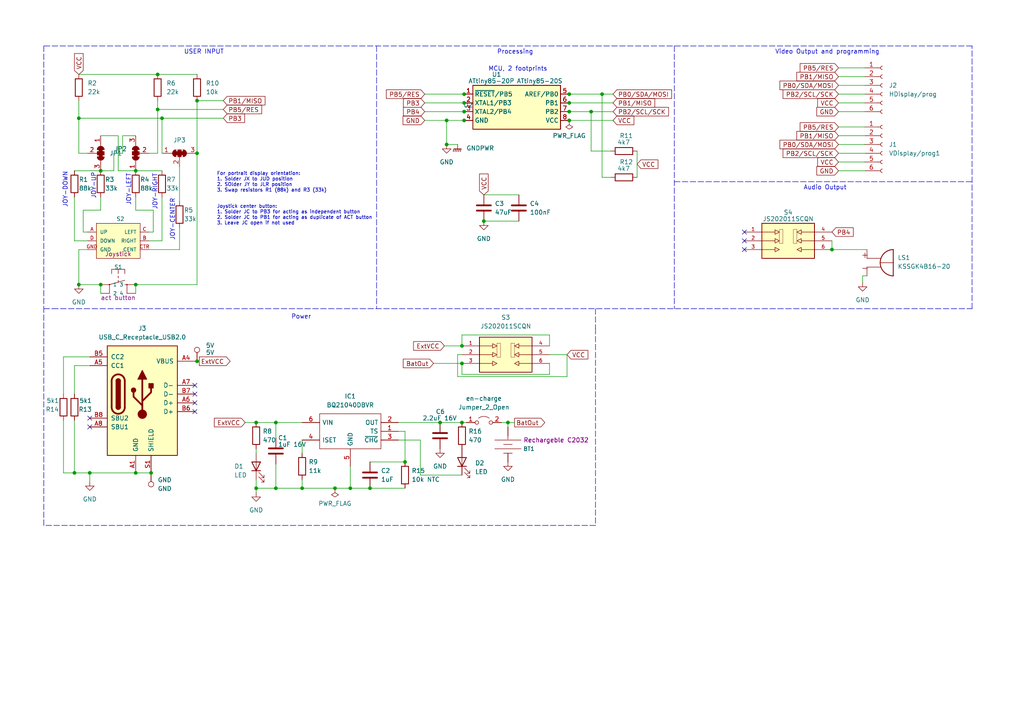
<source format=kicad_sch>
(kicad_sch (version 20211123) (generator eeschema)
  (paper "A4")
  (title_block (title "Tiny Handheld keychain ") (date "2022-09-16") (rev "2.0") (comment 2 "Heavely inspired by Yevgeniy Olexandrenko's design") (comment 3 "Designed by Casper R. Tak"))
  (lib_symbols
    (symbol "Connector:Conn_01x06_Female" (pin_names (offset 1.016) hide)
      (property "Reference" "J" (at 0 7.62 0))
      (property "Value" "Conn_01x06_Female" (at 0 -10.16 0))
      (symbol "Conn_01x06_Female_1_1"
        (arc (start 0 -7.112) (mid -0.508 -7.62) (end 0 -8.128) (stroke (width 0.1524)))
        (arc (start 0 -4.572) (mid -0.508 -5.08) (end 0 -5.588) (stroke (width 0.1524)))
        (arc (start 0 -2.032) (mid -0.508 -2.54) (end 0 -3.048) (stroke (width 0.1524)))
        (polyline (pts (xy -1.27 -7.62) (xy -0.508 -7.62)) (stroke (width 0.1524)))
        (polyline (pts (xy -1.27 -5.08) (xy -0.508 -5.08)) (stroke (width 0.1524)))
        (polyline (pts (xy -1.27 -2.54) (xy -0.508 -2.54)) (stroke (width 0.1524)))
        (polyline (pts (xy -1.27 0) (xy -0.508 0)) (stroke (width 0.1524)))
        (polyline (pts (xy -1.27 2.54) (xy -0.508 2.54)) (stroke (width 0.1524)))
        (polyline (pts (xy -1.27 5.08) (xy -0.508 5.08)) (stroke (width 0.1524)))
        (arc (start 0 0.508) (mid -0.508 0) (end 0 -0.508) (stroke (width 0.1524)))
        (arc (start 0 3.048) (mid -0.508 2.54) (end 0 2.032) (stroke (width 0.1524)))
        (arc (start 0 5.588) (mid -0.508 5.08) (end 0 4.572) (stroke (width 0.1524)))
        (pin passive line (at -5.08 5.08 0) (length 3.81) (name "Pin_1") (number "1"))
        (pin passive line (at -5.08 2.54 0) (length 3.81) (name "Pin_2") (number "2"))
        (pin passive line (at -5.08 0 0) (length 3.81) (name "Pin_3") (number "3"))
        (pin passive line (at -5.08 -2.54 0) (length 3.81) (name "Pin_4") (number "4"))
        (pin passive line (at -5.08 -5.08 0) (length 3.81) (name "Pin_5") (number "5"))
        (pin passive line (at -5.08 -7.62 0) (length 3.81) (name "Pin_6") (number "6"))
      )
    )
    (symbol "Connector:TestPoint" (pin_numbers hide) (pin_names (offset 0.762) hide)
      (property "Reference" "TP" (at 0 6.858 0))
      (property "Value" "TestPoint" (at 0 5.08 0))
      (symbol "TestPoint_0_1"
        (circle (center 0 3.302) (radius 0.762))
      )
      (symbol "TestPoint_1_1"
        (pin passive line (at 0 0 90) (length 2.54) (name "1") (number "1"))
      )
    )
    (symbol "Connector:USB_C_Receptacle_USB2.0" (pin_names (offset 1.016))
      (property "Reference" "J?" (at 0 23.495 0))
      (property "Value" "USB_C_Receptacle_USB2.0" (at 0 20.955 0))
      (symbol "USB_C_Receptacle_USB2.0_0_1"
        (rectangle (start -10.16 13.97) (end 10.16 -17.78) (stroke (width 0.254)) (fill (type background)))
        (arc (start -8.89 -3.81) (mid -6.985 -5.715) (end -5.08 -3.81) (stroke (width 0.508)))
        (arc (start -7.62 -3.81) (mid -6.985 -4.445) (end -6.35 -3.81) (stroke (width 0.254)))
        (arc (start -7.62 -3.81) (mid -6.985 -4.445) (end -6.35 -3.81) (stroke (width 0.254)) (fill (type outline)))
        (rectangle (start -7.62 -3.81) (end -6.35 3.81) (stroke (width 0.254)) (fill (type outline)))
        (arc (start -6.35 3.81) (mid -6.985 4.445) (end -7.62 3.81) (stroke (width 0.254)))
        (arc (start -6.35 3.81) (mid -6.985 4.445) (end -7.62 3.81) (stroke (width 0.254)) (fill (type outline)))
        (arc (start -5.08 3.81) (mid -6.985 5.715) (end -8.89 3.81) (stroke (width 0.508)))
        (circle (center -2.54 1.143) (radius 0.635) (stroke (width 0.254)) (fill (type outline)))
        (circle (center 0 -5.842) (radius 1.27) (fill (type outline)))
        (polyline (pts (xy -8.89 -3.81) (xy -8.89 3.81)) (stroke (width 0.508)))
        (polyline (pts (xy -5.08 3.81) (xy -5.08 -3.81)) (stroke (width 0.508)))
        (polyline (pts (xy 0 -5.842) (xy 0 4.318)) (stroke (width 0.508)))
        (polyline (pts (xy 0 -3.302) (xy -2.54 -0.762) (xy -2.54 0.508)) (stroke (width 0.508)))
        (polyline (pts (xy 0 -2.032) (xy 2.54 0.508) (xy 2.54 1.778)) (stroke (width 0.508)))
        (polyline (pts (xy -1.27 4.318) (xy 0 6.858) (xy 1.27 4.318) (xy -1.27 4.318)) (stroke (width 0.254)) (fill (type outline)))
        (rectangle (start 1.905 1.778) (end 3.175 3.048) (stroke (width 0.254)) (fill (type outline)))
      )
      (symbol "USB_C_Receptacle_USB2.0_1_1"
        (pin passive line (at -1.905 -22.86 90) (length 5.08) (name "GND") (number "A1"))
        (pin passive line (at -1.905 -22.86 90) (length 5.08) hide (name "GND") (number "A12"))
        (pin passive line (at 15.24 9.525 180) (length 5.08) (name "VBUS") (number "A4"))
        (pin bidirectional line (at -15.24 8.255 0) (length 5.08) (name "CC1") (number "A5"))
        (pin bidirectional line (at 15.24 -2.54 180) (length 5.08) (name "D+") (number "A6"))
        (pin bidirectional line (at 15.24 2.54 180) (length 5.08) (name "D-") (number "A7"))
        (pin bidirectional line (at -15.24 -9.525 0) (length 5.08) (name "SBU1") (number "A8"))
        (pin passive line (at 15.24 9.525 180) (length 5.08) hide (name "VBUS") (number "A9"))
        (pin passive line (at -1.905 -22.86 90) (length 5.08) hide (name "GND") (number "B1"))
        (pin passive line (at -1.905 -22.86 90) (length 5.08) hide (name "GND") (number "B12"))
        (pin passive line (at 15.24 9.525 180) (length 5.08) hide (name "VBUS") (number "B4"))
        (pin bidirectional line (at -15.24 10.795 0) (length 5.08) (name "CC2") (number "B5"))
        (pin bidirectional line (at 15.24 -5.08 180) (length 5.08) (name "D+") (number "B6"))
        (pin bidirectional line (at 15.24 0 180) (length 5.08) (name "D-") (number "B7"))
        (pin bidirectional line (at -15.24 -6.985 0) (length 5.08) (name "SBU2") (number "B8"))
        (pin passive line (at 15.24 9.525 180) (length 5.08) hide (name "VBUS") (number "B9"))
        (pin passive line (at 2.54 -22.86 90) (length 5.08) (name "SHIELD") (number "S1"))
      )
    )
    (symbol "Device:C" (pin_numbers hide) (pin_names (offset 0.254))
      (property "Reference" "C" (at 0.635 2.54 0))
      (property "Value" "C" (at 0.635 -2.54 0))
      (symbol "C_0_1"
        (polyline (pts (xy -2.032 -0.762) (xy 2.032 -0.762)) (stroke (width 0.508)))
        (polyline (pts (xy -2.032 0.762) (xy 2.032 0.762)) (stroke (width 0.508)))
      )
      (symbol "C_1_1"
        (pin passive line (at 0 3.81 270) (length 2.794) (name "~") (number "1"))
        (pin passive line (at 0 -3.81 90) (length 2.794) (name "~") (number "2"))
      )
    )
    (symbol "Device:LED" (pin_numbers hide) (pin_names (offset 1.016) hide)
      (property "Reference" "D" (at 0 2.54 0))
      (property "Value" "LED" (at 0 -2.54 0))
      (symbol "LED_0_1"
        (polyline (pts (xy -1.27 -1.27) (xy -1.27 1.27)) (stroke (width 0.254)))
        (polyline (pts (xy -1.27 0) (xy 1.27 0)))
        (polyline (pts (xy 1.27 -1.27) (xy 1.27 1.27) (xy -1.27 0) (xy 1.27 -1.27)) (stroke (width 0.254)))
        (polyline (pts (xy -3.048 -0.762) (xy -4.572 -2.286) (xy -3.81 -2.286) (xy -4.572 -2.286) (xy -4.572 -1.524)))
        (polyline (pts (xy -1.778 -0.762) (xy -3.302 -2.286) (xy -2.54 -2.286) (xy -3.302 -2.286) (xy -3.302 -1.524)))
      )
      (symbol "LED_1_1"
        (pin passive line (at -3.81 0 0) (length 2.54) (name "K") (number "1"))
        (pin passive line (at 3.81 0 180) (length 2.54) (name "A") (number "2"))
      )
    )
    (symbol "Device:R" (pin_numbers hide) (pin_names (offset 0))
      (property "Reference" "R" (at 2.032 0 90))
      (property "Value" "R" (at 0 0 90))
      (symbol "R_0_1"
        (rectangle (start -1.016 -2.54) (end 1.016 2.54) (stroke (width 0.254)))
      )
      (symbol "R_1_1"
        (pin passive line (at 0 3.81 270) (length 1.27) (name "~") (number "1"))
        (pin passive line (at 0 -3.81 90) (length 1.27) (name "~") (number "2"))
      )
    )
    (symbol "JS202011SCQN:JS202011SCQN" (pin_names (offset 1.016) hide)
      (property "Reference" "S" (at -7.62 6.35 0))
      (property "Value" "JS202011SCQN" (at -7.62 -6.35 0))
      (symbol "JS202011SCQN_0_0"
        (rectangle (start -7.62 -5.08) (end 7.62 5.08) (stroke (width 0.254)) (fill (type background)))
        (polyline (pts (xy -7.62 -2.54) (xy -3.81 -2.54)) (stroke (width 0.1524)))
        (polyline (pts (xy -7.62 0) (xy -3.81 0)) (stroke (width 0.1524)))
        (polyline (pts (xy -7.62 2.54) (xy -3.81 2.54)) (stroke (width 0.1524)))
        (polyline (pts (xy 7.62 -2.54) (xy 3.81 -2.54)) (stroke (width 0.1524)))
        (polyline (pts (xy 7.62 0) (xy 3.81 0)) (stroke (width 0.1524)))
        (polyline (pts (xy 7.62 2.54) (xy 3.81 2.54)) (stroke (width 0.1524)))
        (polyline (pts (xy -3.81 -1.905) (xy -3.81 -3.175) (xy -2.54 -2.54) (xy -3.81 -1.905)) (stroke (width 0.1524)) (fill (type background)))
        (polyline (pts (xy -3.81 0.635) (xy -3.81 -0.635) (xy -2.54 0) (xy -3.81 0.635)) (stroke (width 0.1524)) (fill (type background)))
        (polyline (pts (xy -3.81 3.175) (xy -3.81 1.905) (xy -2.54 2.54) (xy -3.81 3.175)) (stroke (width 0.1524)) (fill (type background)))
        (polyline (pts (xy 3.81 -3.175) (xy 3.81 -1.905) (xy 2.54 -2.54) (xy 3.81 -3.175)) (stroke (width 0.1524)) (fill (type background)))
        (polyline (pts (xy 3.81 -0.635) (xy 3.81 0.635) (xy 2.54 0) (xy 3.81 -0.635)) (stroke (width 0.1524)) (fill (type background)))
        (polyline (pts (xy 3.81 1.905) (xy 3.81 3.175) (xy 2.54 2.54) (xy 3.81 1.905)) (stroke (width 0.1524)) (fill (type background)))
        (polyline (pts (xy -2.54 3.302) (xy -2.54 -0.762) (xy -1.524 -0.762) (xy -1.524 3.302) (xy -2.54 3.302)) (stroke (width 0.0254)) (fill (type background)))
        (polyline (pts (xy 1.524 3.302) (xy 1.524 -0.762) (xy 2.54 -0.762) (xy 2.54 3.302) (xy 1.524 3.302)) (stroke (width 0.0254)) (fill (type background)))
        (pin passive line (at -12.7 2.54 0) (length 5.08) (name "~") (number "1"))
        (pin passive line (at -12.7 0 0) (length 5.08) (name "~") (number "2"))
        (pin passive line (at -12.7 -2.54 0) (length 5.08) (name "~") (number "3"))
        (pin passive line (at 12.7 2.54 180) (length 5.08) (name "~") (number "4"))
        (pin passive line (at 12.7 0 180) (length 5.08) (name "~") (number "5"))
        (pin passive line (at 12.7 -2.54 180) (length 5.08) (name "~") (number "6"))
      )
    )
    (symbol "Jumper:Jumper_2_Open" (pin_names (offset 0) hide)
      (property "Reference" "JP" (at 0 2.794 0))
      (property "Value" "Jumper_2_Open" (at 0 -2.286 0))
      (symbol "Jumper_2_Open_0_0"
        (circle (center -2.032 0) (radius 0.508))
        (circle (center 2.032 0) (radius 0.508))
      )
      (symbol "Jumper_2_Open_0_1"
        (arc (start 1.524 1.27) (mid 0 1.778) (end -1.524 1.27))
      )
      (symbol "Jumper_2_Open_1_1"
        (pin passive line (at -5.08 0 0) (length 2.54) (name "A") (number "1"))
        (pin passive line (at 5.08 0 180) (length 2.54) (name "B") (number "2"))
      )
    )
    (symbol "Jumper:SolderJumper_3_Bridged123" (pin_names (offset 0) hide)
      (property "Reference" "JP" (at -2.54 -2.54 0))
      (property "Value" "SolderJumper_3_Bridged123" (at 0 2.794 0))
      (symbol "SolderJumper_3_Bridged123_0_1"
        (rectangle (start -1.016 0.508) (end -0.508 -0.508) (fill (type outline)))
        (arc (start -1.016 1.016) (mid -2.032 0) (end -1.016 -1.016))
        (arc (start -1.016 1.016) (mid -2.032 0) (end -1.016 -1.016) (fill (type outline)))
        (rectangle (start -0.508 1.016) (end 0.508 -1.016) (fill (type outline)))
        (polyline (pts (xy -2.54 0) (xy -2.032 0)))
        (polyline (pts (xy -1.016 1.016) (xy -1.016 -1.016)))
        (polyline (pts (xy 0 -1.27) (xy 0 -1.016)))
        (polyline (pts (xy 1.016 1.016) (xy 1.016 -1.016)))
        (polyline (pts (xy 2.54 0) (xy 2.032 0)))
        (rectangle (start 0.508 0.508) (end 1.016 -0.508) (fill (type outline)))
        (arc (start 1.016 -1.016) (mid 2.032 0) (end 1.016 1.016))
        (arc (start 1.016 -1.016) (mid 2.032 0) (end 1.016 1.016) (fill (type outline)))
      )
      (symbol "SolderJumper_3_Bridged123_1_1"
        (pin passive line (at -5.08 0 0) (length 2.54) (name "A") (number "1"))
        (pin passive line (at 0 -3.81 90) (length 2.54) (name "C") (number "2"))
        (pin passive line (at 5.08 0 180) (length 2.54) (name "B") (number "3"))
      )
    )
    (symbol "KSSGK4B16-20:KSSGK4B16-20" (pin_numbers hide) (pin_names (offset 1.016) hide)
      (property "Reference" "LS" (at -2.54 6.35 0))
      (property "Value" "KSSGK4B16-20" (at -2.54 -5.08 0))
      (symbol "KSSGK4B16-20_0_0"
        (polyline (pts (xy -2.54 0) (xy 1.397 0)) (stroke (width 0.1524)))
        (polyline (pts (xy -2.54 2.54) (xy 1.397 2.54)) (stroke (width 0.1524)))
        (polyline (pts (xy 1.27 1.27) (xy 5.08 1.27)) (stroke (width 0.1524)))
        (polyline (pts (xy 5.08 1.27) (xy 5.08 -2.54)) (stroke (width 0.254)))
        (polyline (pts (xy 5.08 5.08) (xy 5.08 1.27)) (stroke (width 0.254)))
        (arc (start 5.08 5.08) (mid 1.27 1.27) (end 5.08 -2.54) (stroke (width 0.254)))
        (text "+" (at -4.318 2.54 0) (effects (font (size 1.778 1.778)) (justify left bottom)))
        (text "-" (at -4.318 -1.27 0) (effects (font (size 1.778 1.778)) (justify left bottom)))
        (pin passive line (at -2.54 -2.54 90) (length 2.54) (name "~") (number "N"))
        (pin passive line (at -2.54 5.08 270) (length 2.54) (name "~") (number "P"))
      )
    )
    (symbol "MCU_Microchip_ATtiny:ATtiny85-20P"
      (property "Reference" "U?" (at 0.635 12.065 0))
      (property "Value" "ATtiny85-20P" (at 7.62 10.16 0))
      (symbol "ATtiny85-20P_0_1"
        (rectangle (start -12.7 8.89) (end 12.7 -3.81) (stroke (width 0.254)) (fill (type background)))
      )
      (symbol "ATtiny85-20P_1_1"
        (pin bidirectional line (at -15.24 6.35 0) (length 2.54) (name "~{RESET}/PB5") (number "1"))
        (pin bidirectional line (at -15.24 3.81 0) (length 2.54) (name "XTAL1/PB3") (number "2"))
        (pin bidirectional line (at -15.24 1.27 0) (length 2.54) (name "XTAL2/PB4") (number "3"))
        (pin power_in line (at -15.24 -1.27 0) (length 2.54) (name "GND") (number "4"))
        (pin bidirectional line (at 15.24 6.35 180) (length 2.54) (name "AREF/PB0") (number "5"))
        (pin bidirectional line (at 15.24 3.81 180) (length 2.54) (name "PB1") (number "6"))
        (pin bidirectional line (at 15.24 1.27 180) (length 2.54) (name "PB2") (number "7"))
        (pin power_in line (at 15.24 -1.27 180) (length 2.54) (name "VCC") (number "8"))
      )
    )
    (symbol "MCU_Microchip_ATtiny:ATtiny85-20S"
      (property "Reference" "U?" (at -13.97 1.2701 0))
      (property "Value" "ATtiny85-20S" (at -13.97 -1.2699 0))
      (symbol "ATtiny85-20S_0_1"
        (rectangle (start -13.97 6.985) (end 11.43 -5.715) (stroke (width 0.254)) (fill (type background)))
      )
      (symbol "ATtiny85-20S_1_1"
        (pin bidirectional line (at -16.51 4.445 0) (length 2.54) (name "~{RESET}/PB5") (number "1"))
        (pin bidirectional line (at -16.51 1.905 0) (length 2.54) (name "XTAL1/PB3") (number "2"))
        (pin bidirectional line (at -16.51 -0.635 0) (length 2.54) (name "XTAL2/PB4") (number "3"))
        (pin power_in line (at -16.51 -3.175 0) (length 2.54) (name "GND") (number "4"))
        (pin bidirectional line (at 13.97 4.445 180) (length 2.54) (name "AREF/PB0") (number "5"))
        (pin bidirectional line (at 13.97 1.905 180) (length 2.54) (name "PB1") (number "6"))
        (pin bidirectional line (at 13.97 -0.635 180) (length 2.54) (name "PB2") (number "7"))
        (pin power_in line (at 13.97 -3.175 180) (length 2.54) (name "VCC") (number "8"))
      )
    )
    (symbol "SamacSys_Parts:BQ21040DBVR" (pin_names (offset 0.762))
      (property "Reference" "IC1" (at 0.635 10.795 0))
      (property "Value" "BQ21040DBVR" (at 0.635 8.255 0))
      (symbol "BQ21040DBVR_0_0"
        (pin input line (at 14.605 0.635 180) (length 5.08) (name "TS") (number "1"))
        (pin power_out line (at 14.605 3.175 180) (length 5.08) (name "OUT") (number "2"))
        (pin output line (at 14.605 -1.905 180) (length 5.08) (name "~{CHG}") (number "3"))
        (pin input line (at -13.335 -1.905 0) (length 5.08) (name "ISET") (number "4"))
        (pin passive line (at 0.635 -9.525 90) (length 5.08) (name "GND") (number "5"))
        (pin input line (at -13.335 3.175 0) (length 5.08) (name "VIN") (number "6"))
      )
      (symbol "BQ21040DBVR_0_1"
        (polyline (pts (xy -8.255 5.715) (xy 9.525 5.715) (xy 9.525 -4.445) (xy -8.255 -4.445) (xy -8.255 5.715)) (stroke (width 0.1524)))
      )
    )
    (symbol "SparkFun-Batteries:BATTERY-6.8MM_SMD" (pin_numbers hide) (pin_names (offset 1.016) hide)
      (property "Reference" "BT" (at 0 4.318 0))
      (property "Value" "BATTERY-6.8MM_SMD" (at 0 -6.35 0))
      (property "Field4" "BATT-13734" (at 0 7.62 0))
      (symbol "BATTERY-6.8MM_SMD_1_0"
        (polyline (pts (xy -2.54 0) (xy -1.524 0)))
        (polyline (pts (xy -1.27 3.81) (xy -1.27 -3.81)))
        (polyline (pts (xy 0 1.27) (xy 0 -1.27)))
        (polyline (pts (xy 1.27 3.81) (xy 1.27 -3.81)))
        (polyline (pts (xy 2.54 1.27) (xy 2.54 -1.27)))
      )
      (symbol "BATTERY-6.8MM_SMD_1_1"
        (pin power_in line (at -5.08 0 0) (length 2.54) (name "+") (number "+"))
        (pin power_in line (at 5.08 0 180) (length 2.54) (name "-") (number "-"))
      )
    )
    (symbol "SparkFun-Switches:JOYSTICK_MINI" (pin_names (offset 1.016))
      (property "Reference" "S?" (at -3.81 6.35 0))
      (symbol "JOYSTICK_MINI_1_1"
        (polyline (pts (xy -9.525 5.08) (xy 3.175 5.08) (xy 3.175 -5.08) (xy -9.525 -5.08) (xy -9.525 5.08)) (fill (type background)))
        (pin bidirectional line (at -12.065 2.54 0) (length 2.54) (name "UP") (number "A"))
        (pin bidirectional line (at 5.715 0 180) (length 2.54) (name "RIGHT") (number "B"))
        (pin bidirectional line (at 5.715 2.54 180) (length 2.54) (name "LEFT") (number "C"))
        (pin bidirectional line (at 5.715 -2.54 180) (length 2.54) (name "CENT") (number "CTR"))
        (pin bidirectional line (at -12.065 0 0) (length 2.54) (name "DOWN") (number "D"))
        (pin bidirectional line (at -12.065 -2.54 0) (length 2.54) (name "GND") (number "GND"))
      )
    )
    (symbol "SparkFun-Switches:MOMENTARY-SWITCH-SPST-2-SMD-5.2MM" (pin_numbers hide) (pin_names (offset 1.016))
      (property "Reference" "S" (at -5.08 1.27 0))
      (property "Value" "MOMENTARY-SWITCH-SPST-2-SMD-5.2MM" (at -5.08 -5.08 0))
      (property "Field4" "SWCH-08247" (at 0 7.62 0))
      (symbol "MOMENTARY-SWITCH-SPST-2-SMD-5.2MM_1_0"
        (polyline (pts (xy -2.54 -2.54) (xy -2.54 0)))
        (polyline (pts (xy -2.54 0) (xy 1.905 1.27)))
        (polyline (pts (xy -1.905 4.445) (xy -1.905 3.175)))
        (polyline (pts (xy 0 1.27) (xy 0 0.635)))
        (polyline (pts (xy 0 2.54) (xy 0 1.905)))
        (polyline (pts (xy 0 4.445) (xy -1.905 4.445)))
        (polyline (pts (xy 0 4.445) (xy 0 3.175)))
        (polyline (pts (xy 1.905 0) (xy 2.54 0)))
        (polyline (pts (xy 1.905 4.445) (xy 0 4.445)))
        (polyline (pts (xy 1.905 4.445) (xy 1.905 3.175)))
        (polyline (pts (xy 2.54 -2.54) (xy 2.54 0)))
      )
      (symbol "MOMENTARY-SWITCH-SPST-2-SMD-5.2MM_1_1"
        (circle (center -2.54 0) (radius 0.127) (fill (type outline)))
        (circle (center 2.54 0) (radius 0.127) (fill (type outline)))
        (pin passive line (at -5.08 0 0) (length 2.54) (name "1") (number "1"))
        (pin passive line (at -5.08 -2.54 0) (length 2.54) (name "2") (number "2"))
        (pin passive line (at 5.08 0 180) (length 2.54) (name "3") (number "3"))
        (pin passive line (at 5.08 -2.54 180) (length 2.54) (name "4") (number "4"))
      )
    )
    (symbol "power:GND" (power) (pin_names (offset 0))
      (property "Value" "GND" (at 0 -3.81 0))
      (symbol "GND_0_1"
        (polyline (pts (xy 0 0) (xy 0 -1.27) (xy 1.27 -1.27) (xy 0 -2.54) (xy -1.27 -1.27) (xy 0 -1.27)))
      )
      (symbol "GND_1_1"
        (pin power_in line (at 0 0 270) (length 0) hide (name "GND") (number "1"))
      )
    )
    (symbol "power:GNDPWR" (power) (pin_names (offset 0))
      (property "Value" "GNDPWR" (at 0 -3.302 0))
      (symbol "GNDPWR_0_1"
        (polyline (pts (xy 0 -1.27) (xy 0 0)))
        (polyline (pts (xy -1.016 -1.27) (xy -1.27 -2.032) (xy -1.27 -2.032)) (stroke (width 0.2032)))
        (polyline (pts (xy -0.508 -1.27) (xy -0.762 -2.032) (xy -0.762 -2.032)) (stroke (width 0.2032)))
        (polyline (pts (xy 0 -1.27) (xy -0.254 -2.032) (xy -0.254 -2.032)) (stroke (width 0.2032)))
        (polyline (pts (xy 0.508 -1.27) (xy 0.254 -2.032) (xy 0.254 -2.032)) (stroke (width 0.2032)))
        (polyline (pts (xy 1.016 -1.27) (xy -1.016 -1.27) (xy -1.016 -1.27)) (stroke (width 0.2032)))
        (polyline (pts (xy 1.016 -1.27) (xy 0.762 -2.032) (xy 0.762 -2.032) (xy 0.762 -2.032)) (stroke (width 0.2032)))
      )
      (symbol "GNDPWR_1_1"
        (pin power_in line (at 0 0 270) (length 0) hide (name "GNDPWR") (number "1"))
      )
    )
    (symbol "power:PWR_FLAG" (power) (pin_numbers hide) (pin_names (offset 0) hide)
      (property "Value" "PWR_FLAG" (at 0 3.81 0))
      (symbol "PWR_FLAG_0_0"
        (pin power_out line (at 0 0 90) (length 0) (name "pwr") (number "1"))
      )
      (symbol "PWR_FLAG_0_1"
        (polyline (pts (xy 0 0) (xy 0 1.27) (xy -1.016 1.905) (xy 0 2.54) (xy 1.016 1.905) (xy 0 1.27)))
      )
    )
  )
  (junction (at 174.625 27.305))
  (junction (at 29.21 82.55))
  (junction (at 165.1 27.305))
  (junction (at 134.62 29.845))
  (junction (at 39.37 82.55))
  (junction (at 80.01 122.555))
  (junction (at 134.62 32.385))
  (junction (at 165.1 34.925))
  (junction (at 165.1 32.385))
  (junction (at 57.15 44.45))
  (junction (at 57.15 29.21))
  (junction (at 39.37 137.16))
  (junction (at 97.155 141.605))
  (junction (at 21.59 137.16))
  (junction (at 133.985 100.33))
  (junction (at 140.335 64.135))
  (junction (at 45.72 21.59))
  (junction (at 129.54 41.91))
  (junction (at 74.295 141.605))
  (junction (at 134.62 34.925))
  (junction (at 26.035 137.16))
  (junction (at 117.475 133.985))
  (junction (at 43.815 137.16))
  (junction (at 107.315 141.605))
  (junction (at 74.295 122.555))
  (junction (at 80.01 141.605))
  (junction (at 134.62 27.305))
  (junction (at 171.45 32.385))
  (junction (at 101.6 141.605))
  (junction (at 129.54 34.925))
  (junction (at 147.32 122.555))
  (junction (at 87.63 141.605))
  (junction (at 22.86 82.55))
  (junction (at 29.21 49.53))
  (junction (at 46.99 34.29))
  (junction (at 165.1 29.845))
  (junction (at 57.15 104.775))
  (junction (at 241.3 72.39))
  (junction (at 133.985 105.41))
  (junction (at 133.985 122.555))
  (junction (at 39.37 49.53))
  (junction (at 45.72 31.75))
  (junction (at 22.86 34.29))
  (junction (at 127.635 122.555))
  (no_connect (at 26.035 121.285))
  (no_connect (at 56.515 111.76))
  (no_connect (at 56.515 114.3))
  (no_connect (at 56.515 116.84))
  (no_connect (at 56.515 119.38))
  (no_connect (at 26.035 123.825))
  (no_connect (at 215.9 67.31))
  (no_connect (at 215.9 69.85))
  (no_connect (at 215.9 72.39))
  (wire (pts (xy 147.32 123.825) (xy 147.32 122.555)))
  (wire (pts (xy 165.1 34.925) (xy 177.8 34.925)))
  (wire (pts (xy 46.99 69.85) (xy 43.18 69.85)))
  (wire (pts (xy 46.99 34.29) (xy 64.77 34.29)))
  (wire (pts (xy 74.295 130.175) (xy 74.295 131.445)))
  (wire (pts (xy 159.385 105.41) (xy 159.385 108.585)))
  (wire (pts (xy 22.86 21.59) (xy 45.72 21.59)))
  (polyline (pts (xy 172.72 89.535) (xy 172.72 95.25)))
  (wire (pts (xy 101.6 141.605) (xy 107.315 141.605)))
  (wire (pts (xy 33.02 49.53) (xy 29.21 49.53)))
  (wire (pts (xy 52.07 72.39) (xy 43.18 72.39)))
  (wire (pts (xy 159.385 102.87) (xy 164.465 102.87)))
  (wire (pts (xy 57.15 29.21) (xy 57.15 44.45)))
  (wire (pts (xy 34.29 39.37) (xy 34.29 49.53)))
  (wire (pts (xy 140.335 56.515) (xy 150.495 56.515)))
  (wire (pts (xy 39.37 49.53) (xy 46.99 49.53)))
  (wire (pts (xy 117.475 125.095) (xy 115.57 125.095)))
  (wire (pts (xy 80.01 122.555) (xy 87.63 122.555)))
  (wire (pts (xy 133.985 100.33) (xy 133.985 97.155)))
  (polyline (pts (xy 109.22 13.335) (xy 109.22 89.535)))
  (wire (pts (xy 97.155 141.605) (xy 101.6 141.605)))
  (wire (pts (xy 22.86 29.21) (xy 22.86 34.29)))
  (wire (pts (xy 241.3 69.85) (xy 241.3 72.39)))
  (wire (pts (xy 29.21 57.15) (xy 29.21 60.96)))
  (wire (pts (xy 71.12 122.555) (xy 74.295 122.555)))
  (wire (pts (xy 129.54 34.925) (xy 134.62 34.925)))
  (wire (pts (xy 21.59 69.85) (xy 25.4 69.85)))
  (wire (pts (xy 184.785 43.815) (xy 184.785 51.435)))
  (wire (pts (xy 125.73 105.41) (xy 133.985 105.41)))
  (wire (pts (xy 35.56 44.45) (xy 33.02 44.45)))
  (wire (pts (xy 165.1 32.385) (xy 171.45 32.385)))
  (wire (pts (xy 147.32 122.555) (xy 149.225 122.555)))
  (wire (pts (xy 164.465 102.87) (xy 164.465 109.22)))
  (wire (pts (xy 45.72 44.45) (xy 43.18 44.45)))
  (wire (pts (xy 39.37 57.15) (xy 39.37 60.96)))
  (wire (pts (xy 45.72 31.75) (xy 45.72 44.45)))
  (wire (pts (xy 25.4 72.39) (xy 22.86 72.39)))
  (wire (pts (xy 243.205 27.305) (xy 250.825 27.305)))
  (wire (pts (xy 44.45 60.96) (xy 44.45 67.31)))
  (wire (pts (xy 57.15 82.55) (xy 57.15 44.45)))
  (wire (pts (xy 129.54 41.91) (xy 132.715 41.91)))
  (wire (pts (xy 123.19 32.385) (xy 134.62 32.385)))
  (wire (pts (xy 87.63 127.635) (xy 87.63 131.445)))
  (wire (pts (xy 123.19 34.925) (xy 129.54 34.925)))
  (polyline (pts (xy 12.7 152.4) (xy 12.7 89.535)))
  (wire (pts (xy 123.19 29.845) (xy 134.62 29.845)))
  (wire (pts (xy 22.86 72.39) (xy 22.86 82.55)))
  (wire (pts (xy 29.21 39.37) (xy 34.29 39.37)))
  (wire (pts (xy 74.295 122.555) (xy 80.01 122.555)))
  (wire (pts (xy 52.07 48.26) (xy 52.07 58.42)))
  (wire (pts (xy 165.1 27.305) (xy 174.625 27.305)))
  (wire (pts (xy 174.625 27.305) (xy 174.625 51.435)))
  (wire (pts (xy 18.415 103.505) (xy 26.035 103.505)))
  (wire (pts (xy 250.19 80.01) (xy 250.19 81.915)))
  (wire (pts (xy 18.415 121.92) (xy 18.415 137.16)))
  (wire (pts (xy 22.86 44.45) (xy 22.86 34.29)))
  (wire (pts (xy 39.37 39.37) (xy 35.56 39.37)))
  (wire (pts (xy 29.21 60.96) (xy 24.13 60.96)))
  (wire (pts (xy 243.205 32.385) (xy 250.825 32.385)))
  (wire (pts (xy 46.99 34.29) (xy 46.99 44.45)))
  (wire (pts (xy 74.295 141.605) (xy 80.01 141.605)))
  (wire (pts (xy 45.72 29.21) (xy 45.72 31.75)))
  (wire (pts (xy 39.37 82.55) (xy 57.15 82.55)))
  (wire (pts (xy 80.01 122.555) (xy 80.01 127)))
  (wire (pts (xy 44.45 67.31) (xy 43.18 67.31)))
  (wire (pts (xy 34.29 49.53) (xy 39.37 49.53)))
  (wire (pts (xy 56.515 104.775) (xy 57.15 104.775)))
  (wire (pts (xy 22.86 34.29) (xy 46.99 34.29)))
  (wire (pts (xy 21.59 49.53) (xy 29.21 49.53)))
  (wire (pts (xy 140.335 64.135) (xy 150.495 64.135)))
  (wire (pts (xy 22.86 82.55) (xy 29.21 82.55)))
  (wire (pts (xy 24.13 60.96) (xy 24.13 67.31)))
  (wire (pts (xy 39.37 82.55) (xy 39.37 85.09)))
  (wire (pts (xy 159.385 108.585) (xy 133.985 108.585)))
  (polyline (pts (xy 15.24 89.535) (xy 281.94 89.535)))
  (wire (pts (xy 80.01 141.605) (xy 87.63 141.605)))
  (wire (pts (xy 132.715 102.87) (xy 133.985 102.87)))
  (wire (pts (xy 21.59 121.92) (xy 21.59 137.16)))
  (wire (pts (xy 87.63 141.605) (xy 97.155 141.605)))
  (wire (pts (xy 26.035 139.7) (xy 26.035 137.16)))
  (wire (pts (xy 243.205 36.83) (xy 250.825 36.83)))
  (wire (pts (xy 123.19 27.305) (xy 134.62 27.305)))
  (polyline (pts (xy 195.58 52.705) (xy 281.94 52.705)))
  (wire (pts (xy 18.415 103.505) (xy 18.415 114.3)))
  (wire (pts (xy 80.01 134.62) (xy 80.01 141.605)))
  (wire (pts (xy 101.6 141.605) (xy 101.6 135.255)))
  (wire (pts (xy 127.635 122.555) (xy 133.985 122.555)))
  (wire (pts (xy 46.99 57.15) (xy 46.99 69.85)))
  (wire (pts (xy 171.45 32.385) (xy 177.8 32.385)))
  (wire (pts (xy 251.46 80.01) (xy 250.19 80.01)))
  (wire (pts (xy 39.37 137.16) (xy 43.815 137.16)))
  (wire (pts (xy 129.54 34.925) (xy 129.54 41.91)))
  (wire (pts (xy 128.905 100.33) (xy 133.985 100.33)))
  (wire (pts (xy 243.205 49.53) (xy 250.825 49.53)))
  (wire (pts (xy 45.72 31.75) (xy 64.77 31.75)))
  (wire (pts (xy 74.295 142.875) (xy 74.295 141.605)))
  (wire (pts (xy 159.385 97.155) (xy 159.385 100.33)))
  (polyline (pts (xy 281.94 89.535) (xy 281.94 13.335)))
  (wire (pts (xy 171.45 43.815) (xy 171.45 32.385)))
  (wire (pts (xy 26.035 137.16) (xy 39.37 137.16)))
  (wire (pts (xy 115.57 127.635) (xy 121.92 127.635)))
  (wire (pts (xy 164.465 109.22) (xy 132.715 109.22)))
  (wire (pts (xy 107.315 141.605) (xy 117.475 141.605)))
  (wire (pts (xy 21.59 137.16) (xy 26.035 137.16)))
  (wire (pts (xy 145.415 122.555) (xy 147.32 122.555)))
  (wire (pts (xy 241.3 72.39) (xy 251.46 72.39)))
  (wire (pts (xy 177.165 51.435) (xy 174.625 51.435)))
  (polyline (pts (xy 172.72 95.25) (xy 172.72 152.4)))
  (wire (pts (xy 52.07 66.04) (xy 52.07 72.39)))
  (wire (pts (xy 57.15 29.21) (xy 64.77 29.21)))
  (wire (pts (xy 174.625 27.305) (xy 177.8 27.305)))
  (wire (pts (xy 243.205 41.91) (xy 250.825 41.91)))
  (wire (pts (xy 243.205 24.765) (xy 250.825 24.765)))
  (wire (pts (xy 243.205 22.225) (xy 250.825 22.225)))
  (wire (pts (xy 35.56 39.37) (xy 35.56 44.45)))
  (wire (pts (xy 21.59 106.045) (xy 26.035 106.045)))
  (wire (pts (xy 243.205 19.685) (xy 250.825 19.685)))
  (wire (pts (xy 24.13 67.31) (xy 25.4 67.31)))
  (wire (pts (xy 117.475 133.985) (xy 117.475 125.095)))
  (wire (pts (xy 21.59 106.045) (xy 21.59 114.3)))
  (wire (pts (xy 25.4 44.45) (xy 22.86 44.45)))
  (wire (pts (xy 243.205 44.45) (xy 250.825 44.45)))
  (wire (pts (xy 133.985 97.155) (xy 159.385 97.155)))
  (wire (pts (xy 165.1 29.845) (xy 177.8 29.845)))
  (wire (pts (xy 57.15 104.775) (xy 57.785 104.775)))
  (wire (pts (xy 177.165 43.815) (xy 171.45 43.815)))
  (polyline (pts (xy 12.7 89.535) (xy 15.24 89.535)))
  (wire (pts (xy 21.59 57.15) (xy 21.59 69.85)))
  (wire (pts (xy 45.72 21.59) (xy 57.15 21.59)))
  (wire (pts (xy 133.985 122.555) (xy 135.255 122.555)))
  (wire (pts (xy 121.92 137.795) (xy 121.92 127.635)))
  (wire (pts (xy 243.205 46.99) (xy 250.825 46.99)))
  (wire (pts (xy 29.21 82.55) (xy 29.21 85.09)))
  (wire (pts (xy 115.57 122.555) (xy 127.635 122.555)))
  (wire (pts (xy 243.205 29.845) (xy 250.825 29.845)))
  (wire (pts (xy 243.205 39.37) (xy 250.825 39.37)))
  (wire (pts (xy 33.02 44.45) (xy 33.02 49.53)))
  (polyline (pts (xy 12.7 13.335) (xy 12.7 89.535)))
  (wire (pts (xy 18.415 137.16) (xy 21.59 137.16)))
  (wire (pts (xy 39.37 60.96) (xy 44.45 60.96)))
  (polyline (pts (xy 281.94 13.335) (xy 12.7 13.335)))
  (polyline (pts (xy 195.58 13.335) (xy 195.58 89.535)))
  (wire (pts (xy 133.985 105.41) (xy 133.985 108.585)))
  (wire (pts (xy 132.715 109.22) (xy 132.715 102.87)))
  (wire (pts (xy 87.63 139.065) (xy 87.63 141.605)))
  (wire (pts (xy 107.315 133.985) (xy 117.475 133.985)))
  (polyline (pts (xy 172.72 152.4) (xy 12.7 152.4)))
  (wire (pts (xy 74.295 141.605) (xy 74.295 139.065)))
  (wire (pts (xy 133.985 137.795) (xy 121.92 137.795)))
  (text "JOY-UP\n" (at 27.94 57.785 90) (effects (font (size 1.27 1.27)) (justify left bottom)))
  (text "MCU, 2 footprints\n\n" (at 141.605 22.86 0) (effects (font (size 1.27 1.27)) (justify left bottom)))
  (text "Audio Output" (at 233.045 55.245 0) (effects (font (size 1.27 1.27)) (justify left bottom)))
  (text "Power" (at 84.455 92.71 0) (effects (font (size 1.27 1.27)) (justify left bottom)))
  (text "JOY-LEFT" (at 38.1 59.69 90) (effects (font (size 1.27 1.27)) (justify left bottom)))
  (text "For portrait display orientation:\n1. Solder JX to JUD position\n2. SOlder JY to JLR position\n3. Swap resistors R1 (88k) and R3 (33k)" (at 62.865 55.88 0) (effects (font (size 1 1)) (justify left bottom)))
  (text "USER INPUT" (at 53.34 15.875 0) (effects (font (size 1.27 1.27)) (justify left bottom)))
  (text "Video Output and programming\n" (at 224.79 15.875 0) (effects (font (size 1.27 1.27)) (justify left bottom)))
  (text "JOY-CENTER" (at 50.8 69.85 90) (effects (font (size 1.27 1.27)) (justify left bottom)))
  (text "JOY-RIGHT\n" (at 45.72 60.96 90) (effects (font (size 1.27 1.27)) (justify left bottom)))
  (text "Joystick center button:\n1. Solder JC to PB3 for acting as independent button\n2. Solder JC to PB1 for acting as duplicate of ACT button\n3. Leave JC open if not used\n" (at 62.865 65.405 0) (effects (font (size 1 1)) (justify left bottom)))
  (text "JOY-DOWN" (at 19.685 60.325 90) (effects (font (size 1.27 1.27)) (justify left bottom)))
  (text "Processing" (at 144.145 15.875 0) (effects (font (size 1.27 1.27)) (justify left bottom)))
  (global_label "PB2{slash}SCL{slash}SCK" (shape input) (at 243.205 44.45 180) (property "Intersheet References" "${INTERSHEET_REFS}" (effects hide)))
  (global_label "PB1{slash}MISO" (shape input) (at 243.205 39.37 180) (property "Intersheet References" "${INTERSHEET_REFS}" (effects hide)))
  (global_label "PB1{slash}MISO" (shape input) (at 243.205 22.225 180) (property "Intersheet References" "${INTERSHEET_REFS}" (effects hide)))
  (global_label "VCC" (shape input) (at 140.335 56.515 90) (property "Intersheet References" "${INTERSHEET_REFS}" (effects hide)))
  (global_label "PB2{slash}SCL{slash}SCK" (shape input) (at 243.205 27.305 180) (property "Intersheet References" "${INTERSHEET_REFS}" (effects hide)))
  (global_label "PB0{slash}SDA{slash}MOSI" (shape input) (at 177.8 27.305 0) (property "Intersheet References" "${INTERSHEET_REFS}" (effects hide)))
  (global_label "PB3" (shape input) (at 123.19 29.845 180) (property "Intersheet References" "${INTERSHEET_REFS}" (effects hide)))
  (global_label "PB5{slash}RES" (shape input) (at 243.205 19.685 180) (property "Intersheet References" "${INTERSHEET_REFS}" (effects hide)))
  (global_label "GND" (shape input) (at 243.205 49.53 180) (property "Intersheet References" "${INTERSHEET_REFS}" (effects hide)))
  (global_label "PB1{slash}MISO" (shape input) (at 64.77 29.21 0) (property "Intersheet References" "${INTERSHEET_REFS}" (effects hide)))
  (global_label "VCC" (shape input) (at 184.785 47.625 0) (property "Intersheet References" "${INTERSHEET_REFS}" (effects hide)))
  (global_label "GND" (shape input) (at 243.205 32.385 180) (property "Intersheet References" "${INTERSHEET_REFS}" (effects hide)))
  (global_label "PB4" (shape input) (at 241.3 67.31 0) (property "Intersheet References" "${INTERSHEET_REFS}" (effects hide)))
  (global_label "PB2{slash}SCL{slash}SCK" (shape input) (at 177.8 32.385 0) (property "Intersheet References" "${INTERSHEET_REFS}" (effects hide)))
  (global_label "PB0{slash}SDA{slash}MOSI" (shape input) (at 243.205 41.91 180) (property "Intersheet References" "${INTERSHEET_REFS}" (effects hide)))
  (global_label "BatOut" (shape input) (at 125.73 105.41 180) (property "Intersheet References" "${INTERSHEET_REFS}" (effects hide)))
  (global_label "PB5{slash}RES" (shape input) (at 64.77 31.75 0) (property "Intersheet References" "${INTERSHEET_REFS}" (effects hide)))
  (global_label "VCC" (shape input) (at 22.86 21.59 90) (property "Intersheet References" "${INTERSHEET_REFS}" (effects hide)))
  (global_label "PB5{slash}RES" (shape input) (at 123.19 27.305 180) (property "Intersheet References" "${INTERSHEET_REFS}" (effects hide)))
  (global_label "PB1{slash}MISO" (shape input) (at 177.8 29.845 0) (property "Intersheet References" "${INTERSHEET_REFS}" (effects hide)))
  (global_label "BatOut" (shape output) (at 149.225 122.555 0) (property "Intersheet References" "${INTERSHEET_REFS}" (effects hide)))
  (global_label "ExtVCC" (shape input) (at 128.905 100.33 180) (property "Intersheet References" "${INTERSHEET_REFS}" (effects hide)))
  (global_label "GND" (shape input) (at 123.19 34.925 180) (property "Intersheet References" "${INTERSHEET_REFS}" (effects hide)))
  (global_label "VCC" (shape input) (at 177.8 34.925 0) (property "Intersheet References" "${INTERSHEET_REFS}" (effects hide)))
  (global_label "PB5{slash}RES" (shape input) (at 243.205 36.83 180) (property "Intersheet References" "${INTERSHEET_REFS}" (effects hide)))
  (global_label "VCC" (shape input) (at 243.205 29.845 180) (property "Intersheet References" "${INTERSHEET_REFS}" (effects hide)))
  (global_label "PB3" (shape input) (at 64.77 34.29 0) (property "Intersheet References" "${INTERSHEET_REFS}" (effects hide)))
  (global_label "VCC" (shape input) (at 164.465 102.87 0) (property "Intersheet References" "${INTERSHEET_REFS}" (effects hide)))
  (global_label "VCC" (shape input) (at 243.205 46.99 180) (property "Intersheet References" "${INTERSHEET_REFS}" (effects hide)))
  (global_label "ExtVCC" (shape output) (at 57.785 104.775 0) (property "Intersheet References" "${INTERSHEET_REFS}" (effects hide)))
  (global_label "PB4" (shape input) (at 123.19 32.385 180) (property "Intersheet References" "${INTERSHEET_REFS}" (effects hide)))
  (global_label "ExtVCC" (shape input) (at 71.12 122.555 180) (property "Intersheet References" "${INTERSHEET_REFS}" (effects hide)))
  (global_label "PB0{slash}SDA{slash}MOSI" (shape input) (at 243.205 24.765 180) (property "Intersheet References" "${INTERSHEET_REFS}" (effects hide)))
  (symbol (lib_id "power:PWR_FLAG") (at 97.155 141.605 180) (unit 1)
    (property "Reference" "#FLG0102" (effects hide))
    (property "Value" "PWR_FLAG" (at 97.155 146.05 0))
  )
  (symbol (lib_id "power:GNDPWR") (at 132.715 41.91 0) (unit 1)
    (property "Reference" "#PWR0114" (effects hide))
    (property "Value" "GNDPWR" (at 135.255 42.9767 0) (effects (justify left)))
  )
  (symbol (lib_id "Device:R") (at 133.985 126.365 0) (unit 1)
    (property "Reference" "R16" (at 135.89 125.0949 0) (effects (justify left)))
    (property "Value" "470" (at 135.89 127.6349 0) (effects (justify left)))
    (property "Footprint" "Resistor_SMD:R_1206_3216Metric_Pad1.30x1.75mm_HandSolder" (effects hide))
  )
  (symbol (lib_id "Jumper:SolderJumper_3_Bridged123") (at 52.07 44.45 0) (unit 1)
    (property "Reference" "JP3" (at 52.07 40.64 0))
    (property "Value" "SolderJumper_3_Bridged123" (effects hide))
    (property "Footprint" "Jumper:SolderJumper-3_P1.3mm_Open_RoundedPad1.0x1.5mm_NumberLabels" (effects hide))
  )
  (symbol (lib_id "power:GND") (at 26.035 139.7 0) (unit 1)
    (property "Reference" "#PWR0104" (effects hide))
    (property "Value" "GND" (at 26.035 144.78 0))
  )
  (symbol (lib_id "JS202011SCQN:JS202011SCQN") (at 146.685 102.87 0) (unit 1)
    (property "Reference" "S3" (at 146.685 92.075 0))
    (property "Value" "JS202011SCQN" (at 146.685 94.615 0))
    (property "Footprint" "Snapeda:SW_JS202011SCQN" (effects hide))
    (property "STANDARD" "Manufacturer Recommendations" (effects hide))
    (property "MANUFACTURER" "C&K" (effects hide))
    (property "MAXIMUM_PACKAGE_HEIGHT" "5.5 mm" (effects hide))
    (property "PARTREV" "26 May 22" (effects hide))
    (property "SNAPEDA_PN" "JS202011SCQN" (effects hide))
  )
  (symbol (lib_id "SparkFun-Switches:JOYSTICK_MINI") (at 37.465 69.85 0) (unit 1)
    (property "Reference" "S2" (at 34.925 63.5 0) (effects (font (size 1.143 1.143))))
    (property "Value" "JOYSTICK_MINI" (effects hide))
    (property "Footprint" "Button_Switch_SMD:5 way button (joystick)" (effects hide))
    (property "Field4" "SWCH-09905" (effects hide))
    (property "Purpose" "Joystick" (at 34.29 73.66 0))
  )
  (symbol (lib_id "Device:R") (at 18.415 118.11 180) (unit 1)
    (property "Reference" "R14" (at 17.145 118.745 0) (effects (justify left)))
    (property "Value" "5k1" (at 17.145 116.205 0) (effects (justify left)))
    (property "Footprint" "Resistor_SMD:R_1206_3216Metric_Pad1.30x1.75mm_HandSolder" (effects hide))
    (property "Purpose" "Enable power and tell device id" (effects hide))
  )
  (symbol (lib_id "Device:C") (at 127.635 126.365 0) (unit 1)
    (property "Reference" "C6" (at 126.365 119.38 0) (effects (justify left)))
    (property "Value" "2.2uF 16V" (at 122.555 121.285 0) (effects (justify left)))
    (property "Footprint" "Capacitor_SMD:C_1206_3216Metric_Pad1.33x1.80mm_HandSolder" (effects hide))
  )
  (symbol (lib_id "Connector:TestPoint") (at 57.15 104.775 0) (unit 1)
    (property "Reference" "5V" (at 59.69 100.2029 0) (effects (justify left)))
    (property "Value" "5V" (at 59.69 102.235 0) (effects (justify left)))
    (property "Footprint" "TestPoint:TestPoint_Pad_1.0x1.0mm" (effects hide))
  )
  (symbol (lib_id "Device:LED") (at 74.295 135.255 90) (unit 1)
    (property "Reference" "D1" (at 67.945 135.255 90) (effects (justify right)))
    (property "Value" "LED" (at 67.945 137.795 90) (effects (justify right)))
    (property "Footprint" "LED_SMD:LED_1206_3216Metric_Pad1.42x1.75mm_HandSolder" (effects hide))
  )
  (symbol (lib_id "Connector:Conn_01x06_Female") (at 255.905 41.91 0) (unit 1)
    (property "Reference" "J1" (at 257.81 41.9099 0) (effects (justify left)))
    (property "Value" "VDisplay/prog1" (at 257.81 44.4499 0) (effects (justify left)))
    (property "Footprint" "Connector_PinSocket_2.54mm:PinSocket_1x06_P2.54mm_Vertical" (effects hide))
  )
  (symbol (lib_id "Connector:Conn_01x06_Female") (at 255.905 24.765 0) (unit 1)
    (property "Reference" "J2" (at 257.81 24.7649 0) (effects (justify left)))
    (property "Value" "HDisplay/prog" (at 257.81 27.3049 0) (effects (justify left)))
    (property "Footprint" "Connector_PinSocket_2.54mm:PinSocket_1x06_P2.54mm_Vertical" (effects hide))
  )
  (symbol (lib_id "Connector:TestPoint") (at 43.815 137.16 180) (unit 1)
    (property "Reference" "GND" (at 45.72 139.1919 0) (effects (justify right)))
    (property "Value" "GND" (at 45.72 141.7319 0) (effects (justify right)))
    (property "Footprint" "TestPoint:TestPoint_Pad_1.0x1.0mm" (effects hide))
  )
  (symbol (lib_id "Device:C") (at 150.495 60.325 0) (unit 1)
    (property "Reference" "C4" (at 153.67 59.0549 0) (effects (justify left)))
    (property "Value" "100nF" (at 153.67 61.5949 0) (effects (justify left)))
    (property "Footprint" "Capacitor_SMD:C_1206_3216Metric_Pad1.33x1.80mm_HandSolder" (effects hide))
  )
  (symbol (lib_id "Device:R") (at 74.295 126.365 0) (unit 1)
    (property "Reference" "R8" (at 76.2 125.0949 0) (effects (justify left)))
    (property "Value" "470" (at 76.2 127.6349 0) (effects (justify left)))
    (property "Footprint" "Resistor_SMD:R_1206_3216Metric_Pad1.30x1.75mm_HandSolder" (effects hide))
  )
  (symbol (lib_id "Device:R") (at 180.975 43.815 270) (unit 1)
    (property "Reference" "R11" (at 179.705 39.37 90) (effects (justify left)))
    (property "Value" "4k7" (at 179.07 41.275 90) (effects (justify left)))
    (property "Footprint" "Resistor_SMD:R_1206_3216Metric_Pad1.30x1.75mm_HandSolder" (effects hide))
  )
  (symbol (lib_id "Device:R") (at 87.63 135.255 0) (unit 1)
    (property "Reference" "R9" (at 89.535 133.9849 0) (effects (justify left)))
    (property "Value" "11k" (at 89.535 136.5249 0) (effects (justify left)))
    (property "Footprint" "Resistor_SMD:R_1206_3216Metric_Pad1.30x1.75mm_HandSolder" (effects hide))
  )
  (symbol (lib_id "Device:R") (at 22.86 25.4 0) (unit 1)
    (property "Reference" "R2" (at 25.4 24.1299 0) (effects (justify left)))
    (property "Value" "22k" (at 25.4 26.6699 0) (effects (justify left)))
    (property "Footprint" "Resistor_SMD:R_1206_3216Metric_Pad1.30x1.75mm_HandSolder" (effects hide))
  )
  (symbol (lib_id "MCU_Microchip_ATtiny:ATtiny85-20P") (at 149.86 33.655 0) (unit 1)
    (property "Reference" "U1" (at 145.415 21.59 0) (effects (justify right)))
    (property "Value" "ATtiny85-20P" (at 149.225 23.495 0) (effects (justify right)))
    (property "Footprint" "SamacSys_Parts:DIP781W56P254L950H533Q8N" (effects hide))
    (property "Datasheet" "http://ww1.microchip.com/downloads/en/DeviceDoc/atmel-2586-avr-8-bit-microcontroller-attiny25-attiny45-attiny85_datasheet.pdf" (effects hide))
  )
  (symbol (lib_id "Connector:USB_C_Receptacle_USB2.0") (at 41.275 114.3 0) (unit 1)
    (property "Reference" "J3" (at 41.275 95.25 0))
    (property "Value" "USB_C_Receptacle_USB2.0" (at 41.275 97.79 0))
    (property "Footprint" "USB-C-Power-tester:TYPE-C-31-M-17_handsolder" (effects hide))
    (property "Datasheet" "https://www.usb.org/sites/default/files/documents/usb_type-c.zip" (effects hide))
  )
  (symbol (lib_id "Device:LED") (at 133.985 133.985 90) (unit 1)
    (property "Reference" "D2" (at 137.795 134.3024 90) (effects (justify right)))
    (property "Value" "LED" (at 137.795 136.8424 90) (effects (justify right)))
    (property "Footprint" "LED_SMD:LED_1206_3216Metric_Pad1.42x1.75mm_HandSolder" (effects hide))
  )
  (symbol (lib_id "Device:R") (at 39.37 53.34 0) (unit 1)
    (property "Reference" "R4" (at 40.64 52.07 0) (effects (justify left)))
    (property "Value" "88k" (at 40.64 54.61 0) (effects (justify left)))
    (property "Footprint" "Resistor_SMD:R_1206_3216Metric_Pad1.30x1.75mm_HandSolder" (effects hide))
  )
  (symbol (lib_id "Device:C") (at 107.315 137.795 0) (unit 1)
    (property "Reference" "C2" (at 110.49 136.5249 0) (effects (justify left)))
    (property "Value" "1uF" (at 110.49 139.0649 0) (effects (justify left)))
    (property "Footprint" "Capacitor_SMD:C_1206_3216Metric_Pad1.33x1.80mm_HandSolder" (effects hide))
  )
  (symbol (lib_id "power:GND") (at 129.54 41.91 0) (unit 1)
    (property "Reference" "#PWR0113" (effects hide))
    (property "Value" "GND" (at 129.54 46.99 0))
  )
  (symbol (lib_id "Jumper:SolderJumper_3_Bridged123") (at 29.21 44.45 270) (unit 1)
    (property "Reference" "JP1" (at 31.75 44.4499 90) (effects (justify left)))
    (property "Value" "SolderJumper_3_Bridged123" (effects hide))
    (property "Footprint" "Jumper:SolderJumper-3_P1.3mm_Open_RoundedPad1.0x1.5mm_NumberLabels" (effects hide))
  )
  (symbol (lib_id "power:GND") (at 140.335 64.135 0) (unit 1)
    (property "Reference" "#PWR0102" (effects hide))
    (property "Value" "GND" (at 140.335 69.215 0))
  )
  (symbol (lib_id "power:GND") (at 74.295 142.875 0) (unit 1)
    (property "Reference" "#PWR0101" (effects hide))
    (property "Value" "GND" (at 74.295 147.955 0))
  )
  (symbol (lib_id "Device:R") (at 29.21 53.34 0) (unit 1)
    (property "Reference" "R3" (at 30.48 52.07 0) (effects (justify left)))
    (property "Value" "33k" (at 30.48 54.61 0) (effects (justify left)))
    (property "Footprint" "Resistor_SMD:R_1206_3216Metric_Pad1.30x1.75mm_HandSolder" (effects hide))
  )
  (symbol (lib_id "Device:C") (at 80.01 130.81 0) (unit 1)
    (property "Reference" "C1" (at 80.645 127 0) (effects (justify left)))
    (property "Value" "1uF 16V" (at 80.645 128.905 0) (effects (justify left)))
    (property "Footprint" "Capacitor_SMD:C_1206_3216Metric_Pad1.33x1.80mm_HandSolder" (effects hide))
  )
  (symbol (lib_id "Device:R") (at 46.99 53.34 0) (unit 1)
    (property "Reference" "R7" (at 48.26 52.07 0) (effects (justify left)))
    (property "Value" "33k" (at 48.26 54.61 0) (effects (justify left)))
    (property "Footprint" "Resistor_SMD:R_1206_3216Metric_Pad1.30x1.75mm_HandSolder" (effects hide))
  )
  (symbol (lib_id "power:GND") (at 250.19 81.915 0) (unit 1)
    (property "Reference" "#PWR0110" (effects hide))
    (property "Value" "GND" (at 250.19 86.995 0))
  )
  (symbol (lib_id "SamacSys_Parts:BQ21040DBVR") (at 100.965 125.73 0) (unit 1)
    (property "Reference" "IC1" (at 101.6 114.935 0))
    (property "Value" "BQ21040DBVR" (at 101.6 117.475 0))
    (property "Footprint" "Package_TO_SOT_SMD:SOT-23-6_Handsoldering" (effects hide))
    (property "Datasheet" "http://www.ti.com/lit/gpn/bq21040" (effects hide))
    (property "Description" "0.8A Single Input Single-Cell Li-Ion and Li-Pol Battery Charger" (effects hide))
    (property "Height" "1.45" (effects hide))
    (property "Mouser Part Number" "595-BQ21040DBVR" (effects hide))
    (property "Mouser Price/Stock" "https://www.mouser.co.uk/ProductDetail/Texas-Instruments/BQ21040DBVR?qs=cttFivMKqWyovUuY6Xwwcw%3D%3D" (effects hide))
    (property "Manufacturer_Name" "Texas Instruments" (effects hide))
    (property "Manufacturer_Part_Number" "BQ21040DBVR" (effects hide))
  )
  (symbol (lib_id "Device:R") (at 21.59 118.11 180) (unit 1)
    (property "Reference" "R13" (at 26.67 118.745 0) (effects (justify left)))
    (property "Value" "5k1" (at 26.67 116.205 0) (effects (justify left)))
    (property "Footprint" "Resistor_SMD:R_1206_3216Metric_Pad1.30x1.75mm_HandSolder" (effects hide))
    (property "Purpose" "Enable power and tell device id" (effects hide))
  )
  (symbol (lib_id "power:GND") (at 127.635 130.175 0) (unit 1)
    (property "Reference" "#PWR0105" (effects hide))
    (property "Value" "GND" (at 127.635 135.255 0))
  )
  (symbol (lib_id "Device:R") (at 57.15 25.4 0) (unit 1)
    (property "Reference" "R10" (at 59.69 24.1299 0) (effects (justify left)))
    (property "Value" "10k" (at 59.69 26.6699 0) (effects (justify left)))
    (property "Footprint" "Resistor_SMD:R_1206_3216Metric_Pad1.30x1.75mm_HandSolder" (effects hide))
  )
  (symbol (lib_id "Device:R") (at 21.59 53.34 0) (unit 1)
    (property "Reference" "R1" (at 22.86 52.07 0) (effects (justify left)))
    (property "Value" "88k" (at 22.86 54.61 0) (effects (justify left)))
    (property "Footprint" "Resistor_SMD:R_1206_3216Metric_Pad1.30x1.75mm_HandSolder" (effects hide))
  )
  (symbol (lib_id "Jumper:Jumper_2_Open") (at 140.335 122.555 0) (unit 1)
    (property "Reference" "en-charge" (at 140.335 115.57 0))
    (property "Value" "Jumper_2_Open" (at 140.335 118.11 0))
    (property "Footprint" "Jumper:SolderJumper-2_P1.3mm_Open_RoundedPad1.0x1.5mm" (effects hide))
  )
  (symbol (lib_id "Device:R") (at 180.975 51.435 270) (unit 1)
    (property "Reference" "R12" (at 179.705 46.99 90) (effects (justify left)))
    (property "Value" "4k7" (at 179.07 48.895 90) (effects (justify left)))
    (property "Footprint" "Resistor_SMD:R_1206_3216Metric_Pad1.30x1.75mm_HandSolder" (effects hide))
  )
  (symbol (lib_id "power:PWR_FLAG") (at 165.1 34.925 180) (unit 1)
    (property "Reference" "#FLG01" (effects hide))
    (property "Value" "PWR_FLAG" (at 165.1 39.37 0))
  )
  (symbol (lib_id "MCU_Microchip_ATtiny:ATtiny85-20S") (at 151.13 31.75 0) (unit 1)
    (property "Reference" "U2" (at 137.16 30.4799 0) (effects (justify right)))
    (property "Value" "ATtiny85-20S" (at 163.195 23.495 0) (effects (justify right)))
    (property "Footprint" "Package_SO:SOIC-8W_5.3x5.3mm_P1.27mm" (effects hide))
    (property "Datasheet" "http://ww1.microchip.com/downloads/en/DeviceDoc/atmel-2586-avr-8-bit-microcontroller-attiny25-attiny45-attiny85_datasheet.pdf" (effects hide))
  )
  (symbol (lib_id "JS202011SCQN:JS202011SCQN") (at 228.6 69.85 0) (unit 1)
    (property "Reference" "S4" (at 228.6 61.595 0))
    (property "Value" "JS202011SCQN" (at 228.6 63.5 0))
    (property "Footprint" "Snapeda:SW_JS202011SCQN" (effects hide))
    (property "STANDARD" "Manufacturer Recommendations" (effects hide))
    (property "MANUFACTURER" "C&K" (effects hide))
    (property "MAXIMUM_PACKAGE_HEIGHT" "5.5 mm" (effects hide))
    (property "PARTREV" "26 May 22" (effects hide))
    (property "SNAPEDA_PN" "JS202011SCQN" (effects hide))
  )
  (symbol (lib_id "power:GND") (at 22.86 82.55 0) (unit 1)
    (property "Reference" "#PWR0103" (effects hide))
    (property "Value" "GND" (at 22.86 87.63 0))
  )
  (symbol (lib_id "SparkFun-Batteries:BATTERY-6.8MM_SMD") (at 147.32 128.905 270) (unit 1)
    (property "Reference" "BT1" (at 151.765 130.175 90) (effects (font (size 1.143 1.143)) (justify left)))
    (property "Value" "BATTERY-6.8MM_SMD" (effects hide))
    (property "Footprint" "Battery:BatteryHolder_Keystone_3002_1x2032" (effects hide))
    (property "Field4" "BATT-13734" (effects hide))
    (property "Purpose" "Rechargeble C2032" (at 161.29 127.635 90))
  )
  (symbol (lib_id "Device:R") (at 117.475 137.795 0) (unit 1)
    (property "Reference" "R15" (at 119.38 136.5249 0) (effects (justify left)))
    (property "Value" "10k NTC" (at 119.38 139.0649 0) (effects (justify left)))
    (property "Footprint" "Resistor_SMD:R_1206_3216Metric_Pad1.30x1.75mm_HandSolder" (effects hide))
    (property "Purpose" "Battery temperature sense resistor" (effects hide))
  )
  (symbol (lib_id "Jumper:SolderJumper_3_Bridged123") (at 39.37 44.45 90) (unit 1)
    (property "Reference" "JP2" (at 36.83 43.1799 90) (effects (justify left)))
    (property "Value" "SolderJumper_3_Bridged123" (effects hide))
    (property "Footprint" "Jumper:SolderJumper-3_P1.3mm_Open_RoundedPad1.0x1.5mm_NumberLabels" (effects hide))
  )
  (symbol (lib_id "KSSGK4B16-20:KSSGK4B16-20") (at 254 77.47 0) (unit 1)
    (property "Reference" "LS1" (at 260.35 74.7487 0) (effects (justify left)))
    (property "Value" "KSSGK4B16-20" (at 260.35 77.2887 0) (effects (justify left)))
    (property "Footprint" "Snapeda:XDCR_KSSGK4B16-20" (effects hide))
    (property "STANDARD" "Manufacturer recommendations" (effects hide))
    (property "MAXIMUM_PACKAGE_HEIGHT" "2.2 mm" (effects hide))
    (property "MANUFACTURER" "Kingstate" (effects hide))
    (property "PARTREV" "1.1" (effects hide))
  )
  (symbol (lib_id "Device:C") (at 140.335 60.325 0) (unit 1)
    (property "Reference" "C3" (at 143.51 59.0549 0) (effects (justify left)))
    (property "Value" "47uF" (at 143.51 61.5949 0) (effects (justify left)))
    (property "Footprint" "Capacitor_SMD:C_1206_3216Metric_Pad1.33x1.80mm_HandSolder" (effects hide))
  )
  (symbol (lib_id "power:GND") (at 147.32 133.985 0) (unit 1)
    (property "Reference" "#PWR0106" (effects hide))
    (property "Value" "GND" (at 147.32 139.065 0))
  )
  (symbol (lib_id "Device:R") (at 52.07 62.23 0) (unit 1)
    (property "Reference" "R5" (at 53.34 60.96 0) (effects (justify left)))
    (property "Value" "33k" (at 53.34 63.5 0) (effects (justify left)))
    (property "Footprint" "Resistor_SMD:R_1206_3216Metric_Pad1.30x1.75mm_HandSolder" (effects hide))
  )
  (symbol (lib_id "Device:R") (at 45.72 25.4 0) (unit 1)
    (property "Reference" "R6" (at 48.26 24.1299 0) (effects (justify left)))
    (property "Value" "22k" (at 48.26 26.6699 0) (effects (justify left)))
    (property "Footprint" "Resistor_SMD:R_1206_3216Metric_Pad1.30x1.75mm_HandSolder" (effects hide))
  )
  (symbol (lib_id "SparkFun-Switches:MOMENTARY-SWITCH-SPST-2-SMD-5.2MM") (at 34.29 82.55 0) (unit 1)
    (property "Reference" "S1" (at 34.29 77.47 0) (effects (font (size 1.143 1.143))))
    (property "Value" "MOMENTARY-SWITCH-SPST-2-SMD-5.2MM" (effects hide))
    (property "Footprint" "Button_Switch_SMD:SW_SPST_TL3305B" (effects hide))
    (property "Field4" "SWCH-08247" (effects hide))
    (property "Purpose" "act button" (at 34.29 86.36 0))
  )
)
</source>
